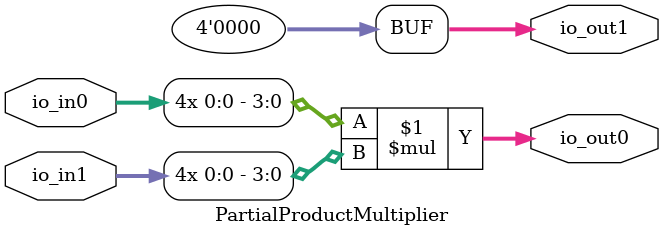
<source format=v>
`ifndef VCS
`ifndef DC
`define BEHAVIORAL
`endif
`endif

module PartialProductMultiplier #(parameter W0 = 1, parameter W1 = 1)
(
  input [W0-1:0] io_in0,
  input [W1-1:0] io_in1,
  output [W0+W1+1:0] io_out0,
  output [W0+W1+1:0] io_out1
);

`ifdef BEHAVIORAL
  assign io_out0 = $signed(io_in0) * $signed(io_in1);
  assign io_out1 = 1'b0;
`else
  DW02_multp #(.a_width(W0), .b_width(W1), .out_width(W0+W1+2), .verif_en(3)) multp
  (
    .a(io_in0),
    .b(io_in1),
    .tc(1'b1),
    .out0(io_out0),
    .out1(io_out1)
  );
`endif

endmodule

</source>
